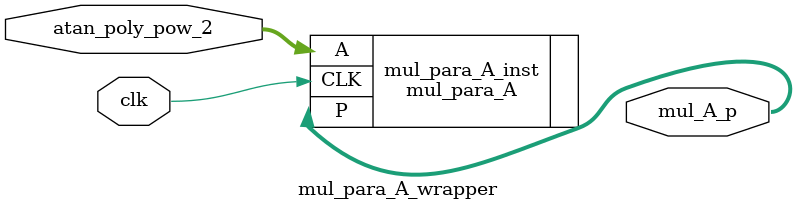
<source format=v>
`timescale 1ns / 1ps


module mul_para_A_wrapper(
    input           clk             ,
    input [15:0]    atan_poly_pow_2 ,
    output [22:0]   mul_A_p         
    );
    
   mul_para_A mul_para_A_inst (
      .CLK(clk),  // input wire CLK
      .A(atan_poly_pow_2),      // input wire [15 : 0] A
      .P(mul_A_p)      // output wire [22 : 0] P
    );
endmodule

</source>
